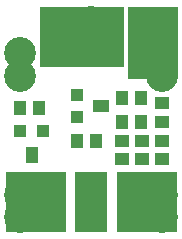
<source format=gts>
%FSLAX42Y42*%
%MOMM*%
G71*
G01*
G75*
G04 Layer_Color=8388736*
%ADD10R,0.90X0.95*%
%ADD11R,0.95X0.90*%
%ADD12R,7.00X5.00*%
%ADD13R,4.00X6.00*%
%ADD14R,5.00X5.00*%
%ADD15R,0.90X0.90*%
%ADD16R,1.25X0.90*%
%ADD17R,0.90X1.25*%
%ADD18R,0.90X0.90*%
%ADD19C,0.25*%
%ADD20R,2.50X5.00*%
%ADD21C,2.50*%
%ADD22R,1.10X1.15*%
%ADD23R,1.15X1.10*%
%ADD24R,7.20X5.20*%
%ADD25R,4.20X6.20*%
%ADD26R,5.20X5.20*%
%ADD27R,1.10X1.10*%
%ADD28R,1.45X1.10*%
%ADD29R,1.10X1.45*%
%ADD30R,1.10X1.10*%
%ADD31R,2.70X5.20*%
%ADD32C,2.70*%
D22*
X10140Y6040D02*
D03*
X9980D02*
D03*
X10360Y6200D02*
D03*
X10520D02*
D03*
X9660Y6320D02*
D03*
X9500D02*
D03*
X10360Y6400D02*
D03*
X10520D02*
D03*
D23*
X10530Y5880D02*
D03*
Y6040D02*
D03*
X10360Y5880D02*
D03*
Y6040D02*
D03*
X10700Y6200D02*
D03*
Y6360D02*
D03*
Y5880D02*
D03*
Y6040D02*
D03*
D24*
X10020Y6920D02*
D03*
D25*
X10620Y6870D02*
D03*
D26*
X10570Y5520D02*
D03*
X9630D02*
D03*
D27*
X9980Y6430D02*
D03*
Y6240D02*
D03*
D28*
X10185Y6335D02*
D03*
D29*
X9595Y5915D02*
D03*
D30*
X9500Y6120D02*
D03*
X9690D02*
D03*
D31*
X10100Y5520D02*
D03*
D32*
Y6853D02*
D03*
X10700Y5390D02*
D03*
Y6590D02*
D03*
X9500Y5390D02*
D03*
Y6590D02*
D03*
X10700Y6780D02*
D03*
Y5580D02*
D03*
X9500Y6780D02*
D03*
Y5580D02*
D03*
X10100Y7043D02*
D03*
M02*

</source>
